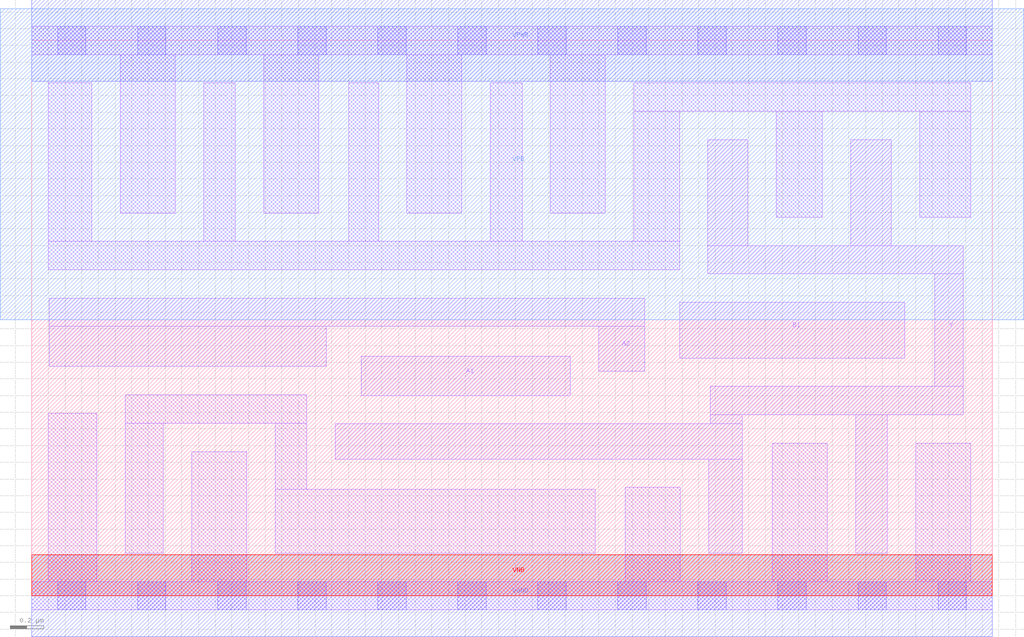
<source format=lef>
# Copyright 2020 The SkyWater PDK Authors
#
# Licensed under the Apache License, Version 2.0 (the "License");
# you may not use this file except in compliance with the License.
# You may obtain a copy of the License at
#
#     https://www.apache.org/licenses/LICENSE-2.0
#
# Unless required by applicable law or agreed to in writing, software
# distributed under the License is distributed on an "AS IS" BASIS,
# WITHOUT WARRANTIES OR CONDITIONS OF ANY KIND, either express or implied.
# See the License for the specific language governing permissions and
# limitations under the License.
#
# SPDX-License-Identifier: Apache-2.0

VERSION 5.7 ;
  NOWIREEXTENSIONATPIN ON ;
  DIVIDERCHAR "/" ;
  BUSBITCHARS "[]" ;
MACRO sky130_fd_sc_lp__a21oi_4
  CLASS CORE ;
  FOREIGN sky130_fd_sc_lp__a21oi_4 ;
  ORIGIN  0.000000  0.000000 ;
  SIZE  5.760000 BY  3.330000 ;
  SYMMETRY X Y R90 ;
  SITE unit ;
  PIN A1
    ANTENNAGATEAREA  1.260000 ;
    DIRECTION INPUT ;
    USE SIGNAL ;
    PORT
      LAYER li1 ;
        RECT 1.975000 1.200000 3.230000 1.435000 ;
    END
  END A1
  PIN A2
    ANTENNAGATEAREA  1.260000 ;
    DIRECTION INPUT ;
    USE SIGNAL ;
    PORT
      LAYER li1 ;
        RECT 0.105000 1.375000 1.765000 1.615000 ;
        RECT 0.105000 1.615000 3.675000 1.785000 ;
        RECT 3.400000 1.345000 3.675000 1.615000 ;
    END
  END A2
  PIN B1
    ANTENNAGATEAREA  1.260000 ;
    DIRECTION INPUT ;
    USE SIGNAL ;
    PORT
      LAYER li1 ;
        RECT 3.885000 1.425000 5.235000 1.760000 ;
    END
  END B1
  PIN Y
    ANTENNADIFFAREA  1.646400 ;
    DIRECTION OUTPUT ;
    USE SIGNAL ;
    PORT
      LAYER li1 ;
        RECT 1.820000 0.820000 4.260000 1.030000 ;
        RECT 4.055000 1.930000 5.585000 2.100000 ;
        RECT 4.055000 2.100000 4.295000 2.735000 ;
        RECT 4.060000 0.255000 4.260000 0.820000 ;
        RECT 4.070000 1.030000 4.260000 1.085000 ;
        RECT 4.070000 1.085000 5.585000 1.255000 ;
        RECT 4.910000 2.100000 5.155000 2.735000 ;
        RECT 4.940000 0.255000 5.130000 1.085000 ;
        RECT 5.415000 1.255000 5.585000 1.930000 ;
    END
  END Y
  PIN VGND
    DIRECTION INOUT ;
    USE GROUND ;
    PORT
      LAYER met1 ;
        RECT 0.000000 -0.245000 5.760000 0.245000 ;
    END
  END VGND
  PIN VNB
    DIRECTION INOUT ;
    USE GROUND ;
    PORT
      LAYER pwell ;
        RECT 0.000000 0.000000 5.760000 0.245000 ;
    END
  END VNB
  PIN VPB
    DIRECTION INOUT ;
    USE POWER ;
    PORT
      LAYER nwell ;
        RECT -0.190000 1.655000 5.950000 3.520000 ;
    END
  END VPB
  PIN VPWR
    DIRECTION INOUT ;
    USE POWER ;
    PORT
      LAYER met1 ;
        RECT 0.000000 3.085000 5.760000 3.575000 ;
    END
  END VPWR
  OBS
    LAYER li1 ;
      RECT 0.000000 -0.085000 5.760000 0.085000 ;
      RECT 0.000000  3.245000 5.760000 3.415000 ;
      RECT 0.100000  0.085000 0.390000 1.095000 ;
      RECT 0.100000  1.955000 3.885000 2.125000 ;
      RECT 0.100000  2.125000 0.360000 3.075000 ;
      RECT 0.530000  2.295000 0.860000 3.245000 ;
      RECT 0.560000  0.255000 0.790000 1.035000 ;
      RECT 0.560000  1.035000 1.650000 1.205000 ;
      RECT 0.960000  0.085000 1.290000 0.865000 ;
      RECT 1.030000  2.125000 1.220000 3.075000 ;
      RECT 1.390000  2.295000 1.720000 3.245000 ;
      RECT 1.460000  0.255000 3.380000 0.640000 ;
      RECT 1.460000  0.640000 1.650000 1.035000 ;
      RECT 1.900000  2.125000 2.080000 3.075000 ;
      RECT 2.250000  2.295000 2.580000 3.245000 ;
      RECT 2.750000  2.125000 2.940000 3.075000 ;
      RECT 3.110000  2.295000 3.440000 3.245000 ;
      RECT 3.560000  0.085000 3.890000 0.650000 ;
      RECT 3.610000  2.125000 3.885000 2.905000 ;
      RECT 3.610000  2.905000 5.630000 3.075000 ;
      RECT 4.440000  0.085000 4.770000 0.915000 ;
      RECT 4.465000  2.270000 4.740000 2.905000 ;
      RECT 5.300000  0.085000 5.630000 0.915000 ;
      RECT 5.325000  2.270000 5.630000 2.905000 ;
    LAYER mcon ;
      RECT 0.155000 -0.085000 0.325000 0.085000 ;
      RECT 0.155000  3.245000 0.325000 3.415000 ;
      RECT 0.635000 -0.085000 0.805000 0.085000 ;
      RECT 0.635000  3.245000 0.805000 3.415000 ;
      RECT 1.115000 -0.085000 1.285000 0.085000 ;
      RECT 1.115000  3.245000 1.285000 3.415000 ;
      RECT 1.595000 -0.085000 1.765000 0.085000 ;
      RECT 1.595000  3.245000 1.765000 3.415000 ;
      RECT 2.075000 -0.085000 2.245000 0.085000 ;
      RECT 2.075000  3.245000 2.245000 3.415000 ;
      RECT 2.555000 -0.085000 2.725000 0.085000 ;
      RECT 2.555000  3.245000 2.725000 3.415000 ;
      RECT 3.035000 -0.085000 3.205000 0.085000 ;
      RECT 3.035000  3.245000 3.205000 3.415000 ;
      RECT 3.515000 -0.085000 3.685000 0.085000 ;
      RECT 3.515000  3.245000 3.685000 3.415000 ;
      RECT 3.995000 -0.085000 4.165000 0.085000 ;
      RECT 3.995000  3.245000 4.165000 3.415000 ;
      RECT 4.475000 -0.085000 4.645000 0.085000 ;
      RECT 4.475000  3.245000 4.645000 3.415000 ;
      RECT 4.955000 -0.085000 5.125000 0.085000 ;
      RECT 4.955000  3.245000 5.125000 3.415000 ;
      RECT 5.435000 -0.085000 5.605000 0.085000 ;
      RECT 5.435000  3.245000 5.605000 3.415000 ;
  END
END sky130_fd_sc_lp__a21oi_4
END LIBRARY

</source>
